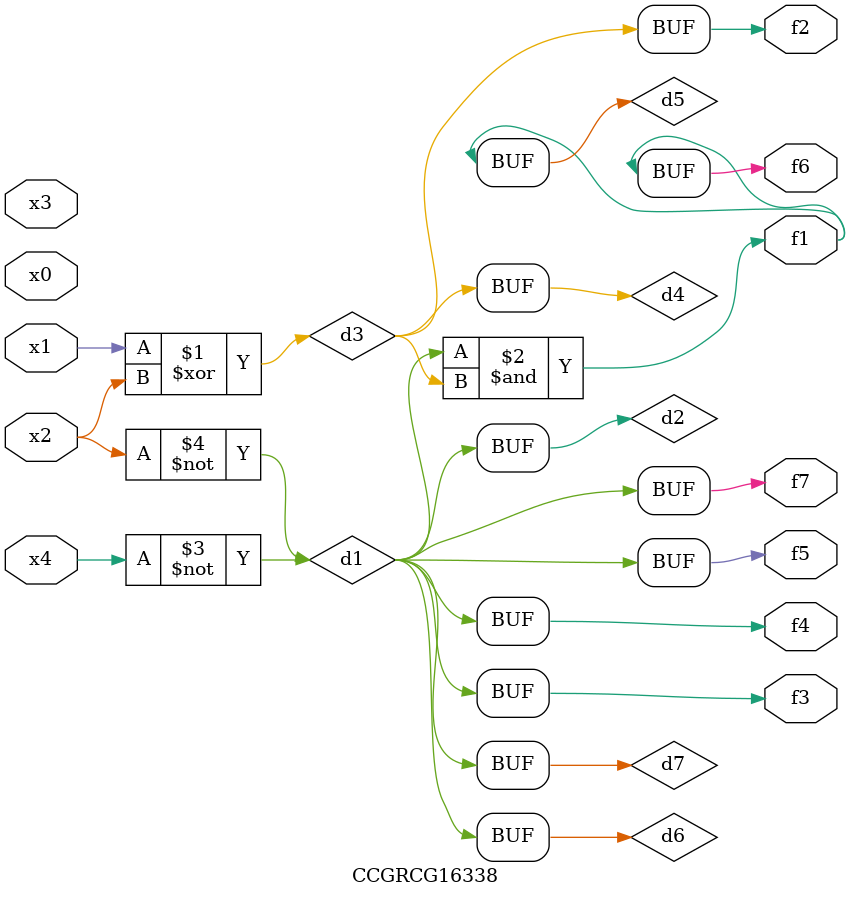
<source format=v>
module CCGRCG16338(
	input x0, x1, x2, x3, x4,
	output f1, f2, f3, f4, f5, f6, f7
);

	wire d1, d2, d3, d4, d5, d6, d7;

	not (d1, x4);
	not (d2, x2);
	xor (d3, x1, x2);
	buf (d4, d3);
	and (d5, d1, d3);
	buf (d6, d1, d2);
	buf (d7, d2);
	assign f1 = d5;
	assign f2 = d4;
	assign f3 = d7;
	assign f4 = d7;
	assign f5 = d7;
	assign f6 = d5;
	assign f7 = d7;
endmodule

</source>
